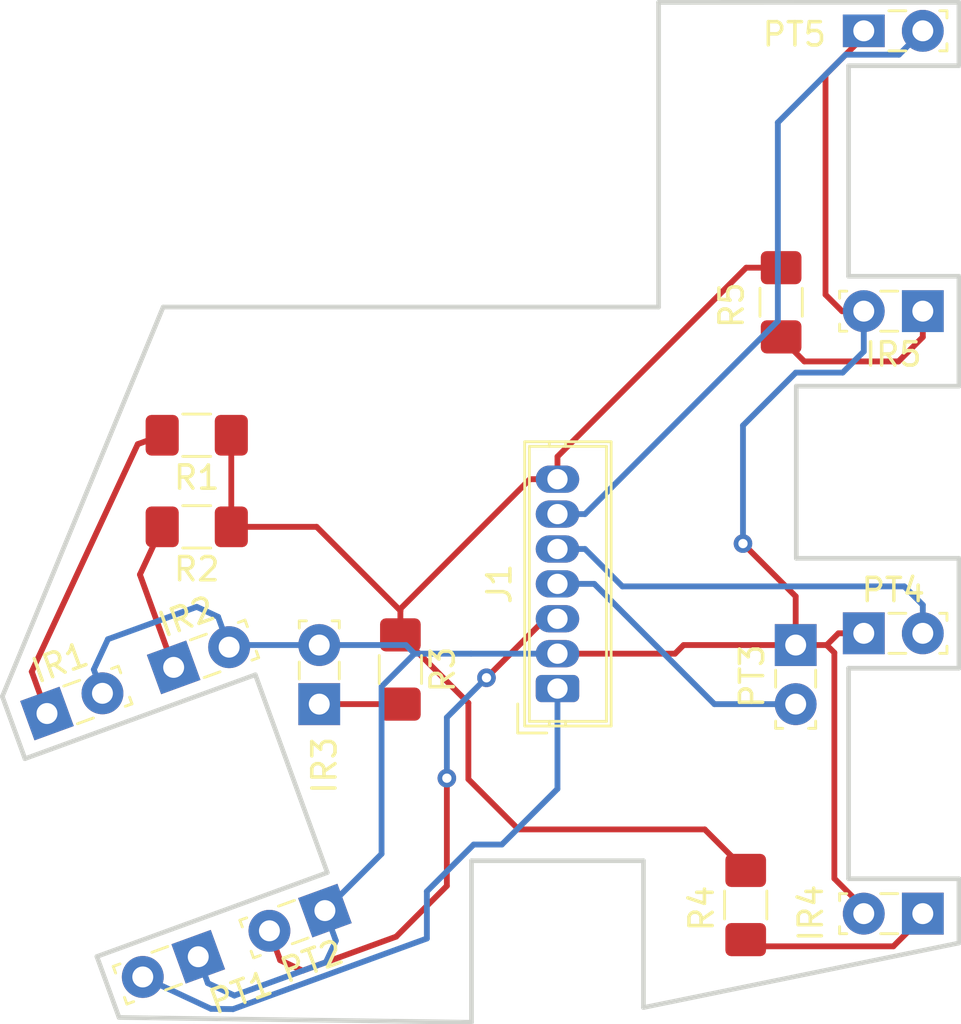
<source format=kicad_pcb>
(kicad_pcb (version 20171130) (host pcbnew 5.1.6-c6e7f7d~86~ubuntu18.04.1)

  (general
    (thickness 1.6)
    (drawings 119)
    (tracks 110)
    (zones 0)
    (modules 16)
    (nets 13)
  )

  (page A4)
  (layers
    (0 F.Cu signal)
    (31 B.Cu signal)
    (32 B.Adhes user)
    (33 F.Adhes user)
    (34 B.Paste user)
    (35 F.Paste user)
    (36 B.SilkS user)
    (37 F.SilkS user)
    (38 B.Mask user)
    (39 F.Mask user)
    (40 Dwgs.User user)
    (41 Cmts.User user)
    (42 Eco1.User user)
    (43 Eco2.User user)
    (44 Edge.Cuts user)
    (45 Margin user)
    (46 B.CrtYd user)
    (47 F.CrtYd user)
    (48 B.Fab user)
    (49 F.Fab user hide)
  )

  (setup
    (last_trace_width 0.25)
    (trace_clearance 0.2)
    (zone_clearance 0.508)
    (zone_45_only no)
    (trace_min 0.2)
    (via_size 0.8)
    (via_drill 0.4)
    (via_min_size 0.4)
    (via_min_drill 0.3)
    (uvia_size 0.3)
    (uvia_drill 0.1)
    (uvias_allowed no)
    (uvia_min_size 0.2)
    (uvia_min_drill 0.1)
    (edge_width 0.05)
    (segment_width 0.2)
    (pcb_text_width 0.3)
    (pcb_text_size 1.5 1.5)
    (mod_edge_width 0.12)
    (mod_text_size 1 1)
    (mod_text_width 0.15)
    (pad_size 1.8 1.4)
    (pad_drill 0.9)
    (pad_to_mask_clearance 0.05)
    (aux_axis_origin 0 0)
    (grid_origin 159.114 74.284081)
    (visible_elements FFFFFF7F)
    (pcbplotparams
      (layerselection 0x010fc_ffffffff)
      (usegerberextensions false)
      (usegerberattributes true)
      (usegerberadvancedattributes true)
      (creategerberjobfile true)
      (excludeedgelayer true)
      (linewidth 0.100000)
      (plotframeref false)
      (viasonmask false)
      (mode 1)
      (useauxorigin false)
      (hpglpennumber 1)
      (hpglpenspeed 20)
      (hpglpendiameter 15.000000)
      (psnegative false)
      (psa4output false)
      (plotreference true)
      (plotvalue true)
      (plotinvisibletext false)
      (padsonsilk false)
      (subtractmaskfromsilk false)
      (outputformat 1)
      (mirror false)
      (drillshape 1)
      (scaleselection 1)
      (outputdirectory ""))
  )

  (net 0 "")
  (net 1 +5V)
  (net 2 "Net-(IR1-Pad1)")
  (net 3 "Net-(IR2-Pad1)")
  (net 4 "Net-(IR3-Pad1)")
  (net 5 "Net-(IR4-Pad1)")
  (net 6 "Net-(IR5-Pad1)")
  (net 7 C1)
  (net 8 C3)
  (net 9 C4)
  (net 10 C5)
  (net 11 C6)
  (net 12 GND)

  (net_class Default "This is the default net class."
    (clearance 0.2)
    (trace_width 0.25)
    (via_dia 0.8)
    (via_drill 0.4)
    (uvia_dia 0.3)
    (uvia_drill 0.1)
    (add_net +5V)
    (add_net C1)
    (add_net C3)
    (add_net C4)
    (add_net C5)
    (add_net C6)
    (add_net GND)
    (add_net "Net-(IR1-Pad1)")
    (add_net "Net-(IR2-Pad1)")
    (add_net "Net-(IR3-Pad1)")
    (add_net "Net-(IR4-Pad1)")
    (add_net "Net-(IR5-Pad1)")
  )

  (module LED_THT:LED_SideEmitter_Rectangular_W4.5mm_H1.6mm (layer F.Cu) (tedit 587A6921) (tstamp 5F9FAE3B)
    (at 122.835749 140.238774 20)
    (descr "LED_SideEmitter_Rectangular, Rectangular, SideEmitter,  Rectangular size 4.5x1.6mm^2, 2 pins, http://cdn-reichelt.de/documents/datenblatt/A500/LED15MMGE_LED15MMGN%23KIN.pdf")
    (tags "LED_SideEmitter_Rectangular Rectangular SideEmitter  Rectangular size 4.5x1.6mm^2 2 pins")
    (path /5F96F62E)
    (fp_text reference IR1 (at 1.27 -1.86 20) (layer F.SilkS)
      (effects (font (size 1 1) (thickness 0.15)))
    )
    (fp_text value IR908-7C-F (at 1.27 1.86 20) (layer F.Fab)
      (effects (font (size 1 1) (thickness 0.15)))
    )
    (fp_line (start -0.98 -0.8) (end -0.98 0.8) (layer F.Fab) (width 0.1))
    (fp_line (start -0.98 0.8) (end 3.52 0.8) (layer F.Fab) (width 0.1))
    (fp_line (start 3.52 0.8) (end 3.52 -0.8) (layer F.Fab) (width 0.1))
    (fp_line (start 3.52 -0.8) (end -0.98 -0.8) (layer F.Fab) (width 0.1))
    (fp_line (start 1.08 -0.861) (end 1.811 -0.861) (layer F.SilkS) (width 0.12))
    (fp_line (start 3.27 -0.861) (end 3.58 -0.861) (layer F.SilkS) (width 0.12))
    (fp_line (start 1.08 0.861) (end 1.811 0.861) (layer F.SilkS) (width 0.12))
    (fp_line (start 3.27 0.861) (end 3.58 0.861) (layer F.SilkS) (width 0.12))
    (fp_line (start 3.58 -0.861) (end 3.58 -0.555) (layer F.SilkS) (width 0.12))
    (fp_line (start 3.58 0.555) (end 3.58 0.861) (layer F.SilkS) (width 0.12))
    (fp_line (start -1.3 -1.15) (end -1.3 1.15) (layer F.CrtYd) (width 0.05))
    (fp_line (start -1.3 1.15) (end 3.85 1.15) (layer F.CrtYd) (width 0.05))
    (fp_line (start 3.85 1.15) (end 3.85 -1.15) (layer F.CrtYd) (width 0.05))
    (fp_line (start 3.85 -1.15) (end -1.3 -1.15) (layer F.CrtYd) (width 0.05))
    (pad 2 thru_hole circle (at 2.54 0 20) (size 1.8 1.8) (drill 0.9) (layers *.Cu *.Mask)
      (net 1 +5V))
    (pad 1 thru_hole rect (at 0 0 20) (size 1.8 1.8) (drill 0.9) (layers *.Cu *.Mask)
      (net 2 "Net-(IR1-Pad1)"))
    (model ${KISYS3DMOD}/LED_THT.3dshapes/LED_SideEmitter_Rectangular_W4.5mm_H1.6mm.wrl
      (at (xyz 0 0 0))
      (scale (xyz 1 1 1))
      (rotate (xyz 0 0 0))
    )
  )

  (module LED_THT:LED_SideEmitter_Rectangular_W4.5mm_H1.6mm (layer F.Cu) (tedit 587A6921) (tstamp 5F9FAE4F)
    (at 128.285965 138.255056 20)
    (descr "LED_SideEmitter_Rectangular, Rectangular, SideEmitter,  Rectangular size 4.5x1.6mm^2, 2 pins, http://cdn-reichelt.de/documents/datenblatt/A500/LED15MMGE_LED15MMGN%23KIN.pdf")
    (tags "LED_SideEmitter_Rectangular Rectangular SideEmitter  Rectangular size 4.5x1.6mm^2 2 pins")
    (path /5F9B9F04)
    (fp_text reference IR2 (at 1.27 -1.86 20) (layer F.SilkS)
      (effects (font (size 1 1) (thickness 0.15)))
    )
    (fp_text value IR908-7C-F (at 1.27 1.86 20) (layer F.Fab)
      (effects (font (size 1 1) (thickness 0.15)))
    )
    (fp_line (start -0.98 -0.8) (end -0.98 0.8) (layer F.Fab) (width 0.1))
    (fp_line (start -0.98 0.8) (end 3.52 0.8) (layer F.Fab) (width 0.1))
    (fp_line (start 3.52 0.8) (end 3.52 -0.8) (layer F.Fab) (width 0.1))
    (fp_line (start 3.52 -0.8) (end -0.98 -0.8) (layer F.Fab) (width 0.1))
    (fp_line (start 1.08 -0.861) (end 1.811 -0.861) (layer F.SilkS) (width 0.12))
    (fp_line (start 3.27 -0.861) (end 3.58 -0.861) (layer F.SilkS) (width 0.12))
    (fp_line (start 1.08 0.861) (end 1.811 0.861) (layer F.SilkS) (width 0.12))
    (fp_line (start 3.27 0.861) (end 3.58 0.861) (layer F.SilkS) (width 0.12))
    (fp_line (start 3.58 -0.861) (end 3.58 -0.555) (layer F.SilkS) (width 0.12))
    (fp_line (start 3.58 0.555) (end 3.58 0.861) (layer F.SilkS) (width 0.12))
    (fp_line (start -1.3 -1.15) (end -1.3 1.15) (layer F.CrtYd) (width 0.05))
    (fp_line (start -1.3 1.15) (end 3.85 1.15) (layer F.CrtYd) (width 0.05))
    (fp_line (start 3.85 1.15) (end 3.85 -1.15) (layer F.CrtYd) (width 0.05))
    (fp_line (start 3.85 -1.15) (end -1.3 -1.15) (layer F.CrtYd) (width 0.05))
    (pad 2 thru_hole circle (at 2.54 0 20) (size 1.8 1.8) (drill 0.9) (layers *.Cu *.Mask)
      (net 1 +5V))
    (pad 1 thru_hole rect (at 0 0 20) (size 1.8 1.8) (drill 0.9) (layers *.Cu *.Mask)
      (net 3 "Net-(IR2-Pad1)"))
    (model ${KISYS3DMOD}/LED_THT.3dshapes/LED_SideEmitter_Rectangular_W4.5mm_H1.6mm.wrl
      (at (xyz 0 0 0))
      (scale (xyz 1 1 1))
      (rotate (xyz 0 0 0))
    )
  )

  (module LED_THT:LED_SideEmitter_Rectangular_W4.5mm_H1.6mm (layer F.Cu) (tedit 587A6921) (tstamp 5F9FBAB4)
    (at 134.551261 139.835972 90)
    (descr "LED_SideEmitter_Rectangular, Rectangular, SideEmitter,  Rectangular size 4.5x1.6mm^2, 2 pins, http://cdn-reichelt.de/documents/datenblatt/A500/LED15MMGE_LED15MMGN%23KIN.pdf")
    (tags "LED_SideEmitter_Rectangular Rectangular SideEmitter  Rectangular size 4.5x1.6mm^2 2 pins")
    (path /5F9BC937)
    (fp_text reference IR3 (at -2.628109 0.222739 90) (layer F.SilkS)
      (effects (font (size 1 1) (thickness 0.15)))
    )
    (fp_text value IR908-7C-F (at 1.27 1.86 90) (layer F.Fab)
      (effects (font (size 1 1) (thickness 0.15)))
    )
    (fp_line (start -0.98 -0.8) (end -0.98 0.8) (layer F.Fab) (width 0.1))
    (fp_line (start -0.98 0.8) (end 3.52 0.8) (layer F.Fab) (width 0.1))
    (fp_line (start 3.52 0.8) (end 3.52 -0.8) (layer F.Fab) (width 0.1))
    (fp_line (start 3.52 -0.8) (end -0.98 -0.8) (layer F.Fab) (width 0.1))
    (fp_line (start 1.08 -0.861) (end 1.811 -0.861) (layer F.SilkS) (width 0.12))
    (fp_line (start 3.27 -0.861) (end 3.58 -0.861) (layer F.SilkS) (width 0.12))
    (fp_line (start 1.08 0.861) (end 1.811 0.861) (layer F.SilkS) (width 0.12))
    (fp_line (start 3.27 0.861) (end 3.58 0.861) (layer F.SilkS) (width 0.12))
    (fp_line (start 3.58 -0.861) (end 3.58 -0.555) (layer F.SilkS) (width 0.12))
    (fp_line (start 3.58 0.555) (end 3.58 0.861) (layer F.SilkS) (width 0.12))
    (fp_line (start -1.3 -1.15) (end -1.3 1.15) (layer F.CrtYd) (width 0.05))
    (fp_line (start -1.3 1.15) (end 3.85 1.15) (layer F.CrtYd) (width 0.05))
    (fp_line (start 3.85 1.15) (end 3.85 -1.15) (layer F.CrtYd) (width 0.05))
    (fp_line (start 3.85 -1.15) (end -1.3 -1.15) (layer F.CrtYd) (width 0.05))
    (pad 2 thru_hole circle (at 2.54 0 90) (size 1.8 1.8) (drill 0.9) (layers *.Cu *.Mask)
      (net 1 +5V))
    (pad 1 thru_hole rect (at 0 0 90) (size 1.8 1.8) (drill 0.9) (layers *.Cu *.Mask)
      (net 4 "Net-(IR3-Pad1)"))
    (model ${KISYS3DMOD}/LED_THT.3dshapes/LED_SideEmitter_Rectangular_W4.5mm_H1.6mm.wrl
      (at (xyz 0 0 0))
      (scale (xyz 1 1 1))
      (rotate (xyz 0 0 0))
    )
  )

  (module LED_THT:LED_SideEmitter_Rectangular_W4.5mm_H1.6mm (layer F.Cu) (tedit 587A6921) (tstamp 5F9FE542)
    (at 160.521261 148.84097 180)
    (descr "LED_SideEmitter_Rectangular, Rectangular, SideEmitter,  Rectangular size 4.5x1.6mm^2, 2 pins, http://cdn-reichelt.de/documents/datenblatt/A500/LED15MMGE_LED15MMGN%23KIN.pdf")
    (tags "LED_SideEmitter_Rectangular Rectangular SideEmitter  Rectangular size 4.5x1.6mm^2 2 pins")
    (path /5F9BE28F)
    (fp_text reference IR4 (at 4.817261 0.026889 90) (layer F.SilkS)
      (effects (font (size 1 1) (thickness 0.15)))
    )
    (fp_text value IR908-7C-F (at 1.27 1.86) (layer F.Fab)
      (effects (font (size 1 1) (thickness 0.15)))
    )
    (fp_line (start -0.98 -0.8) (end -0.98 0.8) (layer F.Fab) (width 0.1))
    (fp_line (start -0.98 0.8) (end 3.52 0.8) (layer F.Fab) (width 0.1))
    (fp_line (start 3.52 0.8) (end 3.52 -0.8) (layer F.Fab) (width 0.1))
    (fp_line (start 3.52 -0.8) (end -0.98 -0.8) (layer F.Fab) (width 0.1))
    (fp_line (start 1.08 -0.861) (end 1.811 -0.861) (layer F.SilkS) (width 0.12))
    (fp_line (start 3.27 -0.861) (end 3.58 -0.861) (layer F.SilkS) (width 0.12))
    (fp_line (start 1.08 0.861) (end 1.811 0.861) (layer F.SilkS) (width 0.12))
    (fp_line (start 3.27 0.861) (end 3.58 0.861) (layer F.SilkS) (width 0.12))
    (fp_line (start 3.58 -0.861) (end 3.58 -0.555) (layer F.SilkS) (width 0.12))
    (fp_line (start 3.58 0.555) (end 3.58 0.861) (layer F.SilkS) (width 0.12))
    (fp_line (start -1.3 -1.15) (end -1.3 1.15) (layer F.CrtYd) (width 0.05))
    (fp_line (start -1.3 1.15) (end 3.85 1.15) (layer F.CrtYd) (width 0.05))
    (fp_line (start 3.85 1.15) (end 3.85 -1.15) (layer F.CrtYd) (width 0.05))
    (fp_line (start 3.85 -1.15) (end -1.3 -1.15) (layer F.CrtYd) (width 0.05))
    (pad 2 thru_hole circle (at 2.54 0 180) (size 1.8 1.8) (drill 0.9) (layers *.Cu *.Mask)
      (net 1 +5V))
    (pad 1 thru_hole rect (at 0 0 180) (size 1.8 1.8) (drill 0.9) (layers *.Cu *.Mask)
      (net 5 "Net-(IR4-Pad1)"))
    (model ${KISYS3DMOD}/LED_THT.3dshapes/LED_SideEmitter_Rectangular_W4.5mm_H1.6mm.wrl
      (at (xyz 0 0 0))
      (scale (xyz 1 1 1))
      (rotate (xyz 0 0 0))
    )
  )

  (module LED_THT:LED_SideEmitter_Rectangular_W4.5mm_H1.6mm (layer F.Cu) (tedit 587A6921) (tstamp 5F9FAE8B)
    (at 160.521262 122.943051 180)
    (descr "LED_SideEmitter_Rectangular, Rectangular, SideEmitter,  Rectangular size 4.5x1.6mm^2, 2 pins, http://cdn-reichelt.de/documents/datenblatt/A500/LED15MMGE_LED15MMGN%23KIN.pdf")
    (tags "LED_SideEmitter_Rectangular Rectangular SideEmitter  Rectangular size 4.5x1.6mm^2 2 pins")
    (path /5F9BF573)
    (fp_text reference IR5 (at 1.27 -1.86) (layer F.SilkS)
      (effects (font (size 1 1) (thickness 0.15)))
    )
    (fp_text value IR908-7C-F (at 1.27 1.86) (layer F.Fab)
      (effects (font (size 1 1) (thickness 0.15)))
    )
    (fp_line (start -0.98 -0.8) (end -0.98 0.8) (layer F.Fab) (width 0.1))
    (fp_line (start -0.98 0.8) (end 3.52 0.8) (layer F.Fab) (width 0.1))
    (fp_line (start 3.52 0.8) (end 3.52 -0.8) (layer F.Fab) (width 0.1))
    (fp_line (start 3.52 -0.8) (end -0.98 -0.8) (layer F.Fab) (width 0.1))
    (fp_line (start 1.08 -0.861) (end 1.811 -0.861) (layer F.SilkS) (width 0.12))
    (fp_line (start 3.27 -0.861) (end 3.58 -0.861) (layer F.SilkS) (width 0.12))
    (fp_line (start 1.08 0.861) (end 1.811 0.861) (layer F.SilkS) (width 0.12))
    (fp_line (start 3.27 0.861) (end 3.58 0.861) (layer F.SilkS) (width 0.12))
    (fp_line (start 3.58 -0.861) (end 3.58 -0.555) (layer F.SilkS) (width 0.12))
    (fp_line (start 3.58 0.555) (end 3.58 0.861) (layer F.SilkS) (width 0.12))
    (fp_line (start -1.3 -1.15) (end -1.3 1.15) (layer F.CrtYd) (width 0.05))
    (fp_line (start -1.3 1.15) (end 3.85 1.15) (layer F.CrtYd) (width 0.05))
    (fp_line (start 3.85 1.15) (end 3.85 -1.15) (layer F.CrtYd) (width 0.05))
    (fp_line (start 3.85 -1.15) (end -1.3 -1.15) (layer F.CrtYd) (width 0.05))
    (pad 2 thru_hole circle (at 2.54 0 180) (size 1.8 1.8) (drill 0.9) (layers *.Cu *.Mask)
      (net 1 +5V))
    (pad 1 thru_hole rect (at 0 0 180) (size 1.8 1.8) (drill 0.9) (layers *.Cu *.Mask)
      (net 6 "Net-(IR5-Pad1)"))
    (model ${KISYS3DMOD}/LED_THT.3dshapes/LED_SideEmitter_Rectangular_W4.5mm_H1.6mm.wrl
      (at (xyz 0 0 0))
      (scale (xyz 1 1 1))
      (rotate (xyz 0 0 0))
    )
  )

  (module lalboard:JST_ZH_B7B-ZR_1x07_P1.50mm_Vertical (layer F.Cu) (tedit 5D1DE247) (tstamp 5F9FAEB3)
    (at 144.80126 139.165973 90)
    (descr "Wuerth WR-WTB series connector, 64800711622 (https://katalog.we-online.com/em/datasheet/6480xx11622.pdf), generated with kicad-footprint-generator")
    (tags "connector Wuerth WR-WTB vertical")
    (path /5F95ECA5)
    (fp_text reference J1 (at 4.5 -2.5 90) (layer F.SilkS)
      (effects (font (size 1 1) (thickness 0.15)))
    )
    (fp_text value Conn_01x07 (at 4.5 3.4 90) (layer F.Fab)
      (effects (font (size 1 1) (thickness 0.15)))
    )
    (fp_line (start -1.5 -1.3) (end -1.5 2.2) (layer F.Fab) (width 0.1))
    (fp_line (start -1.5 2.2) (end 10.5 2.2) (layer F.Fab) (width 0.1))
    (fp_line (start 10.5 2.2) (end 10.5 -1.3) (layer F.Fab) (width 0.1))
    (fp_line (start 10.5 -1.3) (end -1.5 -1.3) (layer F.Fab) (width 0.1))
    (fp_line (start -1 -1.3) (end 0 -0.3) (layer F.Fab) (width 0.1))
    (fp_line (start 0 -0.3) (end 1 -1.3) (layer F.Fab) (width 0.1))
    (fp_line (start -1.61 -1.41) (end -1.61 2.31) (layer F.SilkS) (width 0.12))
    (fp_line (start -1.61 2.31) (end 10.61 2.31) (layer F.SilkS) (width 0.12))
    (fp_line (start 10.61 2.31) (end 10.61 -1.41) (layer F.SilkS) (width 0.12))
    (fp_line (start 10.61 -1.41) (end -1.61 -1.41) (layer F.SilkS) (width 0.12))
    (fp_line (start -1.61 -0.35) (end -1.41 -0.35) (layer F.SilkS) (width 0.12))
    (fp_line (start -1.41 -0.35) (end -1.41 -1.21) (layer F.SilkS) (width 0.12))
    (fp_line (start -1.41 -1.21) (end 10.41 -1.21) (layer F.SilkS) (width 0.12))
    (fp_line (start 10.41 -1.21) (end 10.41 -0.35) (layer F.SilkS) (width 0.12))
    (fp_line (start 10.41 -0.35) (end 10.61 -0.35) (layer F.SilkS) (width 0.12))
    (fp_line (start -1.41 -0.35) (end -1.41 0.35) (layer F.SilkS) (width 0.12))
    (fp_line (start -1.41 0.35) (end -1.61 0.35) (layer F.SilkS) (width 0.12))
    (fp_line (start 10.41 -0.35) (end 10.41 0.35) (layer F.SilkS) (width 0.12))
    (fp_line (start 10.41 0.35) (end 10.61 0.35) (layer F.SilkS) (width 0.12))
    (fp_line (start -1.41 0.35) (end -1.41 2.11) (layer F.SilkS) (width 0.12))
    (fp_line (start -1.41 2.11) (end 10.41 2.11) (layer F.SilkS) (width 0.12))
    (fp_line (start 10.41 2.11) (end 10.41 0.35) (layer F.SilkS) (width 0.12))
    (fp_line (start -0.66 -1.71) (end -1.91 -1.71) (layer F.SilkS) (width 0.12))
    (fp_line (start -1.91 -1.71) (end -1.91 -0.46) (layer F.SilkS) (width 0.12))
    (fp_line (start -2 -1.8) (end -2 2.7) (layer F.CrtYd) (width 0.05))
    (fp_line (start -2 2.7) (end 11 2.7) (layer F.CrtYd) (width 0.05))
    (fp_line (start 11 2.7) (end 11 -1.8) (layer F.CrtYd) (width 0.05))
    (fp_line (start 11 -1.8) (end -2 -1.8) (layer F.CrtYd) (width 0.05))
    (fp_text user %R (at 4.5 1.5 90) (layer F.Fab)
      (effects (font (size 1 1) (thickness 0.15)))
    )
    (pad 1 thru_hole roundrect (at 0 0 90) (size 1.17 1.87) (drill 0.87) (layers *.Cu *.Mask) (roundrect_rratio 0.213675)
      (net 7 C1))
    (pad 2 thru_hole oval (at 1.5 0 90) (size 1.17 1.87) (drill 0.87) (layers *.Cu *.Mask)
      (net 1 +5V))
    (pad 3 thru_hole oval (at 3 0 90) (size 1.17 1.87) (drill 0.87) (layers *.Cu *.Mask)
      (net 8 C3))
    (pad 4 thru_hole oval (at 4.5 0 90) (size 1.17 1.87) (drill 0.87) (layers *.Cu *.Mask)
      (net 9 C4))
    (pad 5 thru_hole oval (at 6 0 90) (size 1.17 1.87) (drill 0.87) (layers *.Cu *.Mask)
      (net 10 C5))
    (pad 6 thru_hole oval (at 7.5 0 90) (size 1.17 1.87) (drill 0.87) (layers *.Cu *.Mask)
      (net 11 C6))
    (pad 7 thru_hole oval (at 9 0 90) (size 1.17 1.87) (drill 0.87) (layers *.Cu *.Mask)
      (net 12 GND))
    (model ${KISYS3DMOD}/Connector_Wuerth.3dshapes/Wuerth_WR-WTB_64800711622_1x07_P1.50mm_Vertical.wrl
      (at (xyz 0 0 0))
      (scale (xyz 1 1 1))
      (rotate (xyz 0 0 0))
    )
  )

  (module LED_THT:LED_SideEmitter_Rectangular_W4.5mm_H1.6mm (layer F.Cu) (tedit 587A6921) (tstamp 5F9FE4CC)
    (at 129.343911 150.693339 200)
    (descr "LED_SideEmitter_Rectangular, Rectangular, SideEmitter,  Rectangular size 4.5x1.6mm^2, 2 pins, http://cdn-reichelt.de/documents/datenblatt/A500/LED15MMGE_LED15MMGN%23KIN.pdf")
    (tags "LED_SideEmitter_Rectangular Rectangular SideEmitter  Rectangular size 4.5x1.6mm^2 2 pins")
    (path /5F96F978)
    (fp_text reference PT1 (at -1.192756 -2.073751 20) (layer F.SilkS)
      (effects (font (size 1 1) (thickness 0.15)))
    )
    (fp_text value PT908-7B-F (at 1.27 1.86 20) (layer F.Fab)
      (effects (font (size 1 1) (thickness 0.15)))
    )
    (fp_line (start 3.85 -1.15) (end -1.3 -1.15) (layer F.CrtYd) (width 0.05))
    (fp_line (start 3.85 1.15) (end 3.85 -1.15) (layer F.CrtYd) (width 0.05))
    (fp_line (start -1.3 1.15) (end 3.85 1.15) (layer F.CrtYd) (width 0.05))
    (fp_line (start -1.3 -1.15) (end -1.3 1.15) (layer F.CrtYd) (width 0.05))
    (fp_line (start 3.58 0.555) (end 3.58 0.861) (layer F.SilkS) (width 0.12))
    (fp_line (start 3.58 -0.861) (end 3.58 -0.555) (layer F.SilkS) (width 0.12))
    (fp_line (start 3.27 0.861) (end 3.58 0.861) (layer F.SilkS) (width 0.12))
    (fp_line (start 1.08 0.861) (end 1.811 0.861) (layer F.SilkS) (width 0.12))
    (fp_line (start 3.27 -0.861) (end 3.58 -0.861) (layer F.SilkS) (width 0.12))
    (fp_line (start 1.08 -0.861) (end 1.811 -0.861) (layer F.SilkS) (width 0.12))
    (fp_line (start 3.52 -0.8) (end -0.98 -0.8) (layer F.Fab) (width 0.1))
    (fp_line (start 3.52 0.8) (end 3.52 -0.8) (layer F.Fab) (width 0.1))
    (fp_line (start -0.98 0.8) (end 3.52 0.8) (layer F.Fab) (width 0.1))
    (fp_line (start -0.98 -0.8) (end -0.98 0.8) (layer F.Fab) (width 0.1))
    (pad 1 thru_hole rect (at 0 0 200) (size 1.8 1.8) (drill 0.9) (layers *.Cu *.Mask)
      (net 1 +5V))
    (pad 2 thru_hole circle (at 2.54 0 200) (size 1.8 1.8) (drill 0.9) (layers *.Cu *.Mask)
      (net 7 C1))
    (model ${KISYS3DMOD}/LED_THT.3dshapes/LED_SideEmitter_Rectangular_W4.5mm_H1.6mm.wrl
      (at (xyz 0 0 0))
      (scale (xyz 1 1 1))
      (rotate (xyz 0 0 0))
    )
  )

  (module LED_THT:LED_SideEmitter_Rectangular_W4.5mm_H1.6mm (layer F.Cu) (tedit 587A6921) (tstamp 5F9FAEDB)
    (at 134.794126 148.709622 200)
    (descr "LED_SideEmitter_Rectangular, Rectangular, SideEmitter,  Rectangular size 4.5x1.6mm^2, 2 pins, http://cdn-reichelt.de/documents/datenblatt/A500/LED15MMGE_LED15MMGN%23KIN.pdf")
    (tags "LED_SideEmitter_Rectangular Rectangular SideEmitter  Rectangular size 4.5x1.6mm^2 2 pins")
    (path /5F9B9EF8)
    (fp_text reference PT2 (at 1.27 -1.86 20) (layer F.SilkS)
      (effects (font (size 1 1) (thickness 0.15)))
    )
    (fp_text value PT908-7B-F (at 1.27 1.86 20) (layer F.Fab)
      (effects (font (size 1 1) (thickness 0.15)))
    )
    (fp_line (start 3.85 -1.15) (end -1.3 -1.15) (layer F.CrtYd) (width 0.05))
    (fp_line (start 3.85 1.15) (end 3.85 -1.15) (layer F.CrtYd) (width 0.05))
    (fp_line (start -1.3 1.15) (end 3.85 1.15) (layer F.CrtYd) (width 0.05))
    (fp_line (start -1.3 -1.15) (end -1.3 1.15) (layer F.CrtYd) (width 0.05))
    (fp_line (start 3.58 0.555) (end 3.58 0.861) (layer F.SilkS) (width 0.12))
    (fp_line (start 3.58 -0.861) (end 3.58 -0.555) (layer F.SilkS) (width 0.12))
    (fp_line (start 3.27 0.861) (end 3.58 0.861) (layer F.SilkS) (width 0.12))
    (fp_line (start 1.08 0.861) (end 1.811 0.861) (layer F.SilkS) (width 0.12))
    (fp_line (start 3.27 -0.861) (end 3.58 -0.861) (layer F.SilkS) (width 0.12))
    (fp_line (start 1.08 -0.861) (end 1.811 -0.861) (layer F.SilkS) (width 0.12))
    (fp_line (start 3.52 -0.8) (end -0.98 -0.8) (layer F.Fab) (width 0.1))
    (fp_line (start 3.52 0.8) (end 3.52 -0.8) (layer F.Fab) (width 0.1))
    (fp_line (start -0.98 0.8) (end 3.52 0.8) (layer F.Fab) (width 0.1))
    (fp_line (start -0.98 -0.8) (end -0.98 0.8) (layer F.Fab) (width 0.1))
    (pad 1 thru_hole rect (at 0 0 200) (size 1.8 1.8) (drill 0.9) (layers *.Cu *.Mask)
      (net 1 +5V))
    (pad 2 thru_hole circle (at 2.54 0 200) (size 1.8 1.8) (drill 0.9) (layers *.Cu *.Mask)
      (net 8 C3))
    (model ${KISYS3DMOD}/LED_THT.3dshapes/LED_SideEmitter_Rectangular_W4.5mm_H1.6mm.wrl
      (at (xyz 0 0 0))
      (scale (xyz 1 1 1))
      (rotate (xyz 0 0 0))
    )
  )

  (module LED_THT:LED_SideEmitter_Rectangular_W4.5mm_H1.6mm (layer F.Cu) (tedit 587A6921) (tstamp 5F9FAEEF)
    (at 155.051261 137.295972 270)
    (descr "LED_SideEmitter_Rectangular, Rectangular, SideEmitter,  Rectangular size 4.5x1.6mm^2, 2 pins, http://cdn-reichelt.de/documents/datenblatt/A500/LED15MMGE_LED15MMGN%23KIN.pdf")
    (tags "LED_SideEmitter_Rectangular Rectangular SideEmitter  Rectangular size 4.5x1.6mm^2 2 pins")
    (path /5F9BC92B)
    (fp_text reference PT3 (at 1.338109 1.877261 90) (layer F.SilkS)
      (effects (font (size 1 1) (thickness 0.15)))
    )
    (fp_text value PT908-7B-F (at 1.27 1.86 90) (layer F.Fab)
      (effects (font (size 1 1) (thickness 0.15)))
    )
    (fp_line (start 3.85 -1.15) (end -1.3 -1.15) (layer F.CrtYd) (width 0.05))
    (fp_line (start 3.85 1.15) (end 3.85 -1.15) (layer F.CrtYd) (width 0.05))
    (fp_line (start -1.3 1.15) (end 3.85 1.15) (layer F.CrtYd) (width 0.05))
    (fp_line (start -1.3 -1.15) (end -1.3 1.15) (layer F.CrtYd) (width 0.05))
    (fp_line (start 3.58 0.555) (end 3.58 0.861) (layer F.SilkS) (width 0.12))
    (fp_line (start 3.58 -0.861) (end 3.58 -0.555) (layer F.SilkS) (width 0.12))
    (fp_line (start 3.27 0.861) (end 3.58 0.861) (layer F.SilkS) (width 0.12))
    (fp_line (start 1.08 0.861) (end 1.811 0.861) (layer F.SilkS) (width 0.12))
    (fp_line (start 3.27 -0.861) (end 3.58 -0.861) (layer F.SilkS) (width 0.12))
    (fp_line (start 1.08 -0.861) (end 1.811 -0.861) (layer F.SilkS) (width 0.12))
    (fp_line (start 3.52 -0.8) (end -0.98 -0.8) (layer F.Fab) (width 0.1))
    (fp_line (start 3.52 0.8) (end 3.52 -0.8) (layer F.Fab) (width 0.1))
    (fp_line (start -0.98 0.8) (end 3.52 0.8) (layer F.Fab) (width 0.1))
    (fp_line (start -0.98 -0.8) (end -0.98 0.8) (layer F.Fab) (width 0.1))
    (pad 1 thru_hole rect (at 0 0 270) (size 1.8 1.8) (drill 0.9) (layers *.Cu *.Mask)
      (net 1 +5V))
    (pad 2 thru_hole circle (at 2.54 0 270) (size 1.8 1.8) (drill 0.9) (layers *.Cu *.Mask)
      (net 9 C4))
    (model ${KISYS3DMOD}/LED_THT.3dshapes/LED_SideEmitter_Rectangular_W4.5mm_H1.6mm.wrl
      (at (xyz 0 0 0))
      (scale (xyz 1 1 1))
      (rotate (xyz 0 0 0))
    )
  )

  (module LED_THT:LED_SideEmitter_Rectangular_W4.5mm_H1.6mm (layer F.Cu) (tedit 587A6921) (tstamp 5F9FAF03)
    (at 157.981261 136.790971)
    (descr "LED_SideEmitter_Rectangular, Rectangular, SideEmitter,  Rectangular size 4.5x1.6mm^2, 2 pins, http://cdn-reichelt.de/documents/datenblatt/A500/LED15MMGE_LED15MMGN%23KIN.pdf")
    (tags "LED_SideEmitter_Rectangular Rectangular SideEmitter  Rectangular size 4.5x1.6mm^2 2 pins")
    (path /5F9BE283)
    (fp_text reference PT4 (at 1.27 -1.86) (layer F.SilkS)
      (effects (font (size 1 1) (thickness 0.15)))
    )
    (fp_text value PT908-7B-F (at 1.27 1.86) (layer F.Fab)
      (effects (font (size 1 1) (thickness 0.15)))
    )
    (fp_line (start 3.85 -1.15) (end -1.3 -1.15) (layer F.CrtYd) (width 0.05))
    (fp_line (start 3.85 1.15) (end 3.85 -1.15) (layer F.CrtYd) (width 0.05))
    (fp_line (start -1.3 1.15) (end 3.85 1.15) (layer F.CrtYd) (width 0.05))
    (fp_line (start -1.3 -1.15) (end -1.3 1.15) (layer F.CrtYd) (width 0.05))
    (fp_line (start 3.58 0.555) (end 3.58 0.861) (layer F.SilkS) (width 0.12))
    (fp_line (start 3.58 -0.861) (end 3.58 -0.555) (layer F.SilkS) (width 0.12))
    (fp_line (start 3.27 0.861) (end 3.58 0.861) (layer F.SilkS) (width 0.12))
    (fp_line (start 1.08 0.861) (end 1.811 0.861) (layer F.SilkS) (width 0.12))
    (fp_line (start 3.27 -0.861) (end 3.58 -0.861) (layer F.SilkS) (width 0.12))
    (fp_line (start 1.08 -0.861) (end 1.811 -0.861) (layer F.SilkS) (width 0.12))
    (fp_line (start 3.52 -0.8) (end -0.98 -0.8) (layer F.Fab) (width 0.1))
    (fp_line (start 3.52 0.8) (end 3.52 -0.8) (layer F.Fab) (width 0.1))
    (fp_line (start -0.98 0.8) (end 3.52 0.8) (layer F.Fab) (width 0.1))
    (fp_line (start -0.98 -0.8) (end -0.98 0.8) (layer F.Fab) (width 0.1))
    (pad 1 thru_hole rect (at 0 0) (size 1.8 1.8) (drill 0.9) (layers *.Cu *.Mask)
      (net 1 +5V))
    (pad 2 thru_hole circle (at 2.54 0) (size 1.8 1.8) (drill 0.9) (layers *.Cu *.Mask)
      (net 10 C5))
    (model ${KISYS3DMOD}/LED_THT.3dshapes/LED_SideEmitter_Rectangular_W4.5mm_H1.6mm.wrl
      (at (xyz 0 0 0))
      (scale (xyz 1 1 1))
      (rotate (xyz 0 0 0))
    )
  )

  (module LED_THT:LED_SideEmitter_Rectangular_W4.5mm_H1.6mm (layer F.Cu) (tedit 5F9FB0F7) (tstamp 5F9FAF17)
    (at 157.981261 110.893053)
    (descr "LED_SideEmitter_Rectangular, Rectangular, SideEmitter,  Rectangular size 4.5x1.6mm^2, 2 pins, http://cdn-reichelt.de/documents/datenblatt/A500/LED15MMGE_LED15MMGN%23KIN.pdf")
    (tags "LED_SideEmitter_Rectangular Rectangular SideEmitter  Rectangular size 4.5x1.6mm^2 2 pins")
    (path /5F9BF567)
    (fp_text reference PT5 (at -2.987261 0.151028) (layer F.SilkS)
      (effects (font (size 1 1) (thickness 0.15)))
    )
    (fp_text value PT908-7B-F (at 1.27 1.86) (layer F.Fab)
      (effects (font (size 1 1) (thickness 0.15)))
    )
    (fp_line (start 3.85 -1.15) (end -1.3 -1.15) (layer F.CrtYd) (width 0.05))
    (fp_line (start 3.85 1.15) (end 3.85 -1.15) (layer F.CrtYd) (width 0.05))
    (fp_line (start -1.3 1.15) (end 3.85 1.15) (layer F.CrtYd) (width 0.05))
    (fp_line (start -1.3 -1.15) (end -1.3 1.15) (layer F.CrtYd) (width 0.05))
    (fp_line (start 3.58 0.555) (end 3.58 0.861) (layer F.SilkS) (width 0.12))
    (fp_line (start 3.58 -0.861) (end 3.58 -0.555) (layer F.SilkS) (width 0.12))
    (fp_line (start 3.27 0.861) (end 3.58 0.861) (layer F.SilkS) (width 0.12))
    (fp_line (start 1.08 0.861) (end 1.811 0.861) (layer F.SilkS) (width 0.12))
    (fp_line (start 3.27 -0.861) (end 3.58 -0.861) (layer F.SilkS) (width 0.12))
    (fp_line (start 1.08 -0.861) (end 1.811 -0.861) (layer F.SilkS) (width 0.12))
    (fp_line (start 3.52 -0.8) (end -0.98 -0.8) (layer F.Fab) (width 0.1))
    (fp_line (start 3.52 0.8) (end 3.52 -0.8) (layer F.Fab) (width 0.1))
    (fp_line (start -0.98 0.8) (end 3.52 0.8) (layer F.Fab) (width 0.1))
    (fp_line (start -0.98 -0.8) (end -0.98 0.8) (layer F.Fab) (width 0.1))
    (pad 1 thru_hole rect (at 0 0) (size 1.8 1.4) (drill 0.9) (layers *.Cu *.Mask)
      (net 1 +5V))
    (pad 2 thru_hole circle (at 2.54 0) (size 1.8 1.8) (drill 0.9) (layers *.Cu *.Mask)
      (net 11 C6))
    (model ${KISYS3DMOD}/LED_THT.3dshapes/LED_SideEmitter_Rectangular_W4.5mm_H1.6mm.wrl
      (at (xyz 0 0 0))
      (scale (xyz 1 1 1))
      (rotate (xyz 0 0 0))
    )
  )

  (module Resistor_SMD:R_1206_3216Metric_Pad1.42x1.75mm_HandSolder (layer F.Cu) (tedit 5B301BBD) (tstamp 5F9FAF28)
    (at 129.279258 128.277052 180)
    (descr "Resistor SMD 1206 (3216 Metric), square (rectangular) end terminal, IPC_7351 nominal with elongated pad for handsoldering. (Body size source: http://www.tortai-tech.com/upload/download/2011102023233369053.pdf), generated with kicad-footprint-generator")
    (tags "resistor handsolder")
    (path /5F993655)
    (attr smd)
    (fp_text reference R1 (at 0 -1.82) (layer F.SilkS)
      (effects (font (size 1 1) (thickness 0.15)))
    )
    (fp_text value 150 (at 0 1.82) (layer F.Fab)
      (effects (font (size 1 1) (thickness 0.15)))
    )
    (fp_line (start 2.45 1.12) (end -2.45 1.12) (layer F.CrtYd) (width 0.05))
    (fp_line (start 2.45 -1.12) (end 2.45 1.12) (layer F.CrtYd) (width 0.05))
    (fp_line (start -2.45 -1.12) (end 2.45 -1.12) (layer F.CrtYd) (width 0.05))
    (fp_line (start -2.45 1.12) (end -2.45 -1.12) (layer F.CrtYd) (width 0.05))
    (fp_line (start -0.602064 0.91) (end 0.602064 0.91) (layer F.SilkS) (width 0.12))
    (fp_line (start -0.602064 -0.91) (end 0.602064 -0.91) (layer F.SilkS) (width 0.12))
    (fp_line (start 1.6 0.8) (end -1.6 0.8) (layer F.Fab) (width 0.1))
    (fp_line (start 1.6 -0.8) (end 1.6 0.8) (layer F.Fab) (width 0.1))
    (fp_line (start -1.6 -0.8) (end 1.6 -0.8) (layer F.Fab) (width 0.1))
    (fp_line (start -1.6 0.8) (end -1.6 -0.8) (layer F.Fab) (width 0.1))
    (fp_text user %R (at 0 0) (layer F.Fab)
      (effects (font (size 0.8 0.8) (thickness 0.12)))
    )
    (pad 1 smd roundrect (at -1.4875 0 180) (size 1.425 1.75) (layers F.Cu F.Paste F.Mask) (roundrect_rratio 0.175439)
      (net 12 GND))
    (pad 2 smd roundrect (at 1.4875 0 180) (size 1.425 1.75) (layers F.Cu F.Paste F.Mask) (roundrect_rratio 0.175439)
      (net 2 "Net-(IR1-Pad1)"))
    (model ${KISYS3DMOD}/Resistor_SMD.3dshapes/R_1206_3216Metric.wrl
      (at (xyz 0 0 0))
      (scale (xyz 1 1 1))
      (rotate (xyz 0 0 0))
    )
  )

  (module Resistor_SMD:R_1206_3216Metric_Pad1.42x1.75mm_HandSolder (layer F.Cu) (tedit 5B301BBD) (tstamp 5F9FAF39)
    (at 129.27926 132.214054 180)
    (descr "Resistor SMD 1206 (3216 Metric), square (rectangular) end terminal, IPC_7351 nominal with elongated pad for handsoldering. (Body size source: http://www.tortai-tech.com/upload/download/2011102023233369053.pdf), generated with kicad-footprint-generator")
    (tags "resistor handsolder")
    (path /5F9B9EFE)
    (attr smd)
    (fp_text reference R2 (at 0 -1.82) (layer F.SilkS)
      (effects (font (size 1 1) (thickness 0.15)))
    )
    (fp_text value 150 (at 0 1.82) (layer F.Fab)
      (effects (font (size 1 1) (thickness 0.15)))
    )
    (fp_text user %R (at 0 0) (layer F.Fab)
      (effects (font (size 0.8 0.8) (thickness 0.12)))
    )
    (fp_line (start -1.6 0.8) (end -1.6 -0.8) (layer F.Fab) (width 0.1))
    (fp_line (start -1.6 -0.8) (end 1.6 -0.8) (layer F.Fab) (width 0.1))
    (fp_line (start 1.6 -0.8) (end 1.6 0.8) (layer F.Fab) (width 0.1))
    (fp_line (start 1.6 0.8) (end -1.6 0.8) (layer F.Fab) (width 0.1))
    (fp_line (start -0.602064 -0.91) (end 0.602064 -0.91) (layer F.SilkS) (width 0.12))
    (fp_line (start -0.602064 0.91) (end 0.602064 0.91) (layer F.SilkS) (width 0.12))
    (fp_line (start -2.45 1.12) (end -2.45 -1.12) (layer F.CrtYd) (width 0.05))
    (fp_line (start -2.45 -1.12) (end 2.45 -1.12) (layer F.CrtYd) (width 0.05))
    (fp_line (start 2.45 -1.12) (end 2.45 1.12) (layer F.CrtYd) (width 0.05))
    (fp_line (start 2.45 1.12) (end -2.45 1.12) (layer F.CrtYd) (width 0.05))
    (pad 2 smd roundrect (at 1.4875 0 180) (size 1.425 1.75) (layers F.Cu F.Paste F.Mask) (roundrect_rratio 0.175439)
      (net 3 "Net-(IR2-Pad1)"))
    (pad 1 smd roundrect (at -1.4875 0 180) (size 1.425 1.75) (layers F.Cu F.Paste F.Mask) (roundrect_rratio 0.175439)
      (net 12 GND))
    (model ${KISYS3DMOD}/Resistor_SMD.3dshapes/R_1206_3216Metric.wrl
      (at (xyz 0 0 0))
      (scale (xyz 1 1 1))
      (rotate (xyz 0 0 0))
    )
  )

  (module Resistor_SMD:R_1206_3216Metric_Pad1.42x1.75mm_HandSolder (layer F.Cu) (tedit 5B301BBD) (tstamp 5F9FBCB2)
    (at 138.042261 138.346552 270)
    (descr "Resistor SMD 1206 (3216 Metric), square (rectangular) end terminal, IPC_7351 nominal with elongated pad for handsoldering. (Body size source: http://www.tortai-tech.com/upload/download/2011102023233369053.pdf), generated with kicad-footprint-generator")
    (tags "resistor handsolder")
    (path /5F9BC931)
    (attr smd)
    (fp_text reference R3 (at 0 -1.82 90) (layer F.SilkS)
      (effects (font (size 1 1) (thickness 0.15)))
    )
    (fp_text value 150 (at 0 1.82 90) (layer F.Fab)
      (effects (font (size 1 1) (thickness 0.15)))
    )
    (fp_line (start 2.45 1.12) (end -2.45 1.12) (layer F.CrtYd) (width 0.05))
    (fp_line (start 2.45 -1.12) (end 2.45 1.12) (layer F.CrtYd) (width 0.05))
    (fp_line (start -2.45 -1.12) (end 2.45 -1.12) (layer F.CrtYd) (width 0.05))
    (fp_line (start -2.45 1.12) (end -2.45 -1.12) (layer F.CrtYd) (width 0.05))
    (fp_line (start -0.602064 0.91) (end 0.602064 0.91) (layer F.SilkS) (width 0.12))
    (fp_line (start -0.602064 -0.91) (end 0.602064 -0.91) (layer F.SilkS) (width 0.12))
    (fp_line (start 1.6 0.8) (end -1.6 0.8) (layer F.Fab) (width 0.1))
    (fp_line (start 1.6 -0.8) (end 1.6 0.8) (layer F.Fab) (width 0.1))
    (fp_line (start -1.6 -0.8) (end 1.6 -0.8) (layer F.Fab) (width 0.1))
    (fp_line (start -1.6 0.8) (end -1.6 -0.8) (layer F.Fab) (width 0.1))
    (fp_text user %R (at 0 0 90) (layer F.Fab)
      (effects (font (size 0.8 0.8) (thickness 0.12)))
    )
    (pad 1 smd roundrect (at -1.4875 0 270) (size 1.425 1.75) (layers F.Cu F.Paste F.Mask) (roundrect_rratio 0.175439)
      (net 12 GND))
    (pad 2 smd roundrect (at 1.4875 0 270) (size 1.425 1.75) (layers F.Cu F.Paste F.Mask) (roundrect_rratio 0.175439)
      (net 4 "Net-(IR3-Pad1)"))
    (model ${KISYS3DMOD}/Resistor_SMD.3dshapes/R_1206_3216Metric.wrl
      (at (xyz 0 0 0))
      (scale (xyz 1 1 1))
      (rotate (xyz 0 0 0))
    )
  )

  (module Resistor_SMD:R_1206_3216Metric_Pad1.42x1.75mm_HandSolder (layer F.Cu) (tedit 5B301BBD) (tstamp 5F9FAF5B)
    (at 152.901261 148.470051 270)
    (descr "Resistor SMD 1206 (3216 Metric), square (rectangular) end terminal, IPC_7351 nominal with elongated pad for handsoldering. (Body size source: http://www.tortai-tech.com/upload/download/2011102023233369053.pdf), generated with kicad-footprint-generator")
    (tags "resistor handsolder")
    (path /5F9BE289)
    (attr smd)
    (fp_text reference R4 (at 0.14403 1.897261 90) (layer F.SilkS)
      (effects (font (size 1 1) (thickness 0.15)))
    )
    (fp_text value 150 (at 0 1.82 90) (layer F.Fab)
      (effects (font (size 1 1) (thickness 0.15)))
    )
    (fp_text user %R (at 0 0 90) (layer F.Fab)
      (effects (font (size 0.8 0.8) (thickness 0.12)))
    )
    (fp_line (start -1.6 0.8) (end -1.6 -0.8) (layer F.Fab) (width 0.1))
    (fp_line (start -1.6 -0.8) (end 1.6 -0.8) (layer F.Fab) (width 0.1))
    (fp_line (start 1.6 -0.8) (end 1.6 0.8) (layer F.Fab) (width 0.1))
    (fp_line (start 1.6 0.8) (end -1.6 0.8) (layer F.Fab) (width 0.1))
    (fp_line (start -0.602064 -0.91) (end 0.602064 -0.91) (layer F.SilkS) (width 0.12))
    (fp_line (start -0.602064 0.91) (end 0.602064 0.91) (layer F.SilkS) (width 0.12))
    (fp_line (start -2.45 1.12) (end -2.45 -1.12) (layer F.CrtYd) (width 0.05))
    (fp_line (start -2.45 -1.12) (end 2.45 -1.12) (layer F.CrtYd) (width 0.05))
    (fp_line (start 2.45 -1.12) (end 2.45 1.12) (layer F.CrtYd) (width 0.05))
    (fp_line (start 2.45 1.12) (end -2.45 1.12) (layer F.CrtYd) (width 0.05))
    (pad 2 smd roundrect (at 1.4875 0 270) (size 1.425 1.75) (layers F.Cu F.Paste F.Mask) (roundrect_rratio 0.175439)
      (net 5 "Net-(IR4-Pad1)"))
    (pad 1 smd roundrect (at -1.4875 0 270) (size 1.425 1.75) (layers F.Cu F.Paste F.Mask) (roundrect_rratio 0.175439)
      (net 12 GND))
    (model ${KISYS3DMOD}/Resistor_SMD.3dshapes/R_1206_3216Metric.wrl
      (at (xyz 0 0 0))
      (scale (xyz 1 1 1))
      (rotate (xyz 0 0 0))
    )
  )

  (module Resistor_SMD:R_1206_3216Metric_Pad1.42x1.75mm_HandSolder (layer F.Cu) (tedit 5B301BBD) (tstamp 5F9FAF6C)
    (at 154.425261 122.562053 270)
    (descr "Resistor SMD 1206 (3216 Metric), square (rectangular) end terminal, IPC_7351 nominal with elongated pad for handsoldering. (Body size source: http://www.tortai-tech.com/upload/download/2011102023233369053.pdf), generated with kicad-footprint-generator")
    (tags "resistor handsolder")
    (path /5F9BF56D)
    (attr smd)
    (fp_text reference R5 (at 0.122028 2.131261 90) (layer F.SilkS)
      (effects (font (size 1 1) (thickness 0.15)))
    )
    (fp_text value 150 (at 0 1.82 90) (layer F.Fab)
      (effects (font (size 1 1) (thickness 0.15)))
    )
    (fp_line (start 2.45 1.12) (end -2.45 1.12) (layer F.CrtYd) (width 0.05))
    (fp_line (start 2.45 -1.12) (end 2.45 1.12) (layer F.CrtYd) (width 0.05))
    (fp_line (start -2.45 -1.12) (end 2.45 -1.12) (layer F.CrtYd) (width 0.05))
    (fp_line (start -2.45 1.12) (end -2.45 -1.12) (layer F.CrtYd) (width 0.05))
    (fp_line (start -0.602064 0.91) (end 0.602064 0.91) (layer F.SilkS) (width 0.12))
    (fp_line (start -0.602064 -0.91) (end 0.602064 -0.91) (layer F.SilkS) (width 0.12))
    (fp_line (start 1.6 0.8) (end -1.6 0.8) (layer F.Fab) (width 0.1))
    (fp_line (start 1.6 -0.8) (end 1.6 0.8) (layer F.Fab) (width 0.1))
    (fp_line (start -1.6 -0.8) (end 1.6 -0.8) (layer F.Fab) (width 0.1))
    (fp_line (start -1.6 0.8) (end -1.6 -0.8) (layer F.Fab) (width 0.1))
    (fp_text user %R (at 0 0 90) (layer F.Fab)
      (effects (font (size 0.8 0.8) (thickness 0.12)))
    )
    (pad 1 smd roundrect (at -1.4875 0 270) (size 1.425 1.75) (layers F.Cu F.Paste F.Mask) (roundrect_rratio 0.175439)
      (net 12 GND))
    (pad 2 smd roundrect (at 1.4875 0 270) (size 1.425 1.75) (layers F.Cu F.Paste F.Mask) (roundrect_rratio 0.175439)
      (net 6 "Net-(IR5-Pad1)"))
    (model ${KISYS3DMOD}/Resistor_SMD.3dshapes/R_1206_3216Metric.wrl
      (at (xyz 0 0 0))
      (scale (xyz 1 1 1))
      (rotate (xyz 0 0 0))
    )
  )

  (gr_line (start 149.151261 109.67123) (end 149.151261 122.765961) (layer Edge.Cuts) (width 0.2))
  (gr_line (start 162.076261 112.393053) (end 162.076261 109.668055) (layer Edge.Cuts) (width 0.2))
  (gr_line (start 157.326261 112.393052) (end 162.076261 112.393053) (layer Edge.Cuts) (width 0.2))
  (gr_line (start 157.326261 121.443046) (end 157.326261 112.393052) (layer Edge.Cuts) (width 0.2))
  (gr_line (start 162.07626 121.443043) (end 157.326261 121.443046) (layer Edge.Cuts) (width 0.2))
  (gr_line (start 162.076262 126.167022) (end 162.07626 121.443043) (layer Edge.Cuts) (width 0.2))
  (gr_curve (pts (xy 162.076261 109.668055) (xy 157.767927 109.668055) (xy 153.459593 109.668056) (xy 149.151261 109.67123)) (layer Edge.Cuts) (width 0.2))
  (gr_line (start 155.076261 133.567021) (end 155.076261 126.167023) (layer Edge.Cuts) (width 0.2))
  (gr_curve (pts (xy 155.076261 126.167023) (xy 157.409593 126.167023) (xy 159.742928 126.167023) (xy 162.076262 126.167022)) (layer Edge.Cuts) (width 0.2))
  (gr_line (start 162.076261 138.290971) (end 162.07626 133.56702) (layer Edge.Cuts) (width 0.2))
  (gr_line (start 157.32626 138.290971) (end 162.076261 138.290971) (layer Edge.Cuts) (width 0.2))
  (gr_line (start 157.326261 147.340964) (end 157.32626 138.290971) (layer Edge.Cuts) (width 0.2))
  (gr_line (start 162.07626 147.340967) (end 157.326261 147.340964) (layer Edge.Cuts) (width 0.2))
  (gr_line (start 162.076261 150.102711) (end 162.07626 147.340967) (layer Edge.Cuts) (width 0.2))
  (gr_line (start 148.501261 152.87708) (end 162.076261 150.102711) (layer Edge.Cuts) (width 0.2))
  (gr_curve (pts (xy 162.07626 133.56702) (xy 159.742927 133.567019) (xy 157.409593 133.567021) (xy 155.076261 133.567021)) (layer Edge.Cuts) (width 0.2))
  (gr_line (start 141.101261 146.565974) (end 148.501261 146.565975) (layer Edge.Cuts) (width 0.2))
  (gr_curve (pts (xy 148.501261 146.565975) (xy 148.501261 148.669677) (xy 148.50126 150.773378) (xy 148.501261 152.87708)) (layer Edge.Cuts) (width 0.2))
  (gr_line (start 125.93604 153.303271) (end 141.101261 153.509433) (layer Edge.Cuts) (width 0.2))
  (gr_line (start 124.982837 150.684373) (end 125.93604 153.303271) (layer Edge.Cuts) (width 0.2))
  (gr_line (start 134.896595 147.076064) (end 124.982837 150.684373) (layer Edge.Cuts) (width 0.2))
  (gr_line (start 131.801313 138.571855) (end 134.896595 147.076064) (layer Edge.Cuts) (width 0.2))
  (gr_line (start 121.887553 142.180161) (end 131.801313 138.571855) (layer Edge.Cuts) (width 0.2))
  (gr_line (start 120.91372 139.504563) (end 121.887553 142.180161) (layer Edge.Cuts) (width 0.2))
  (gr_line (start 127.834425 122.765963) (end 120.91372 139.504563) (layer Edge.Cuts) (width 0.2))
  (gr_curve (pts (xy 141.101261 153.509433) (xy 141.101261 151.194938) (xy 141.101262 148.880469) (xy 141.101261 146.565974)) (layer Edge.Cuts) (width 0.2))
  (gr_curve (pts (xy 149.151261 122.765961) (xy 142.061583 122.765962) (xy 134.192883 122.765962) (xy 127.834425 122.765963)) (layer Edge.Cuts) (width 0.2))
  (gr_circle (center 160.521261 148.84097) (end 160.92126 148.840971) (layer Dwgs.User) (width 0.2))
  (gr_circle (center 157.981262 148.840971) (end 158.381261 148.840971) (layer Dwgs.User) (width 0.2))
  (gr_circle (center 157.981261 136.790971) (end 158.381262 136.790971) (layer Dwgs.User) (width 0.2))
  (gr_circle (center 160.521258 136.790971) (end 160.921261 136.79097) (layer Dwgs.User) (width 0.2))
  (gr_circle (center 155.051261 137.295972) (end 155.45126 137.295972) (layer Dwgs.User) (width 0.2))
  (gr_circle (center 155.051262 139.835971) (end 155.451261 139.835971) (layer Dwgs.User) (width 0.2))
  (gr_line (start 157.378058 133.567011) (end 149.665423 134.541857) (layer Dwgs.User) (width 0.2))
  (gr_line (start 162.076261 133.567012) (end 157.378058 133.567011) (layer Dwgs.User) (width 0.2))
  (gr_line (start 162.076261 138.290971) (end 162.076261 133.567012) (layer Dwgs.User) (width 0.2))
  (gr_line (start 157.32626 138.290971) (end 162.076261 138.290971) (layer Dwgs.User) (width 0.2))
  (gr_line (start 157.326262 147.340971) (end 157.32626 138.290971) (layer Dwgs.User) (width 0.2))
  (gr_line (start 162.076262 147.340971) (end 157.326262 147.340971) (layer Dwgs.User) (width 0.2))
  (gr_line (start 162.076261 150.102711) (end 162.076262 147.340971) (layer Dwgs.User) (width 0.2))
  (gr_line (start 148.501262 152.877074) (end 162.076261 150.102711) (layer Dwgs.User) (width 0.2))
  (gr_line (start 148.501261 148.019599) (end 148.501262 152.877074) (layer Dwgs.User) (width 0.2))
  (gr_line (start 149.665423 134.541857) (end 148.501261 148.019599) (layer Dwgs.User) (width 0.2))
  (gr_circle (center 160.521261 110.893052) (end 160.92126 110.893055) (layer Dwgs.User) (width 0.2))
  (gr_circle (center 157.981261 110.893053) (end 158.381262 110.893053) (layer Dwgs.User) (width 0.2))
  (gr_circle (center 160.521262 122.943051) (end 160.921261 122.943053) (layer Dwgs.User) (width 0.2))
  (gr_circle (center 157.981259 122.943053) (end 158.381259 122.943053) (layer Dwgs.User) (width 0.2))
  (gr_line (start 149.151261 122.765971) (end 140.158057 122.765971) (layer Dwgs.User) (width 0.2))
  (gr_line (start 149.151261 109.671185) (end 149.151261 122.765971) (layer Dwgs.User) (width 0.2))
  (gr_line (start 155.726309 109.668055) (end 149.151261 109.671185) (layer Dwgs.User) (width 0.2))
  (gr_line (start 162.07626 109.668054) (end 155.726309 109.668055) (layer Dwgs.User) (width 0.2))
  (gr_line (start 162.076262 112.393053) (end 162.07626 109.668054) (layer Dwgs.User) (width 0.2))
  (gr_line (start 157.326261 112.393052) (end 162.076262 112.393053) (layer Dwgs.User) (width 0.2))
  (gr_line (start 157.326262 121.443052) (end 157.326261 112.393052) (layer Dwgs.User) (width 0.2))
  (gr_line (start 162.076261 121.443052) (end 157.326262 121.443052) (layer Dwgs.User) (width 0.2))
  (gr_line (start 162.07626 126.167012) (end 162.076261 121.443052) (layer Dwgs.User) (width 0.2))
  (gr_line (start 157.378058 126.167011) (end 162.07626 126.167012) (layer Dwgs.User) (width 0.2))
  (gr_line (start 145.960883 124.723928) (end 157.378058 126.167011) (layer Dwgs.User) (width 0.2))
  (gr_line (start 140.158057 122.765971) (end 145.960883 124.723928) (layer Dwgs.User) (width 0.2))
  (gr_circle (center 144.80126 139.165973) (end 145.151262 139.165971) (layer Dwgs.User) (width 0.2))
  (gr_circle (center 144.801261 136.165971) (end 145.151259 136.165971) (layer Dwgs.User) (width 0.2))
  (gr_circle (center 144.801259 133.165972) (end 145.151262 133.165973) (layer Dwgs.User) (width 0.2))
  (gr_circle (center 144.801262 130.16597) (end 145.151261 130.165972) (layer Dwgs.User) (width 0.2))
  (gr_circle (center 144.801261 131.66597) (end 145.151258 131.66597) (layer Dwgs.User) (width 0.2))
  (gr_circle (center 144.801261 134.665971) (end 145.15126 134.66597) (layer Dwgs.User) (width 0.2))
  (gr_circle (center 144.801261 137.665971) (end 145.151261 137.665971) (layer Dwgs.User) (width 0.2))
  (gr_line (start 140.158057 122.765971) (end 131.950295 122.765971) (layer Dwgs.User) (width 0.2))
  (gr_line (start 145.960883 124.723928) (end 140.158057 122.765971) (layer Dwgs.User) (width 0.2))
  (gr_line (start 157.378058 126.167011) (end 145.960883 124.723928) (layer Dwgs.User) (width 0.2))
  (gr_line (start 155.076259 126.167011) (end 157.378058 126.167011) (layer Dwgs.User) (width 0.2))
  (gr_line (start 155.076258 133.567012) (end 155.076259 126.167011) (layer Dwgs.User) (width 0.2))
  (gr_line (start 157.378058 133.567011) (end 155.076258 133.567012) (layer Dwgs.User) (width 0.2))
  (gr_line (start 149.665423 134.541857) (end 157.378058 133.567011) (layer Dwgs.User) (width 0.2))
  (gr_line (start 148.501261 148.019599) (end 149.665423 134.541857) (layer Dwgs.User) (width 0.2))
  (gr_line (start 148.501261 146.565971) (end 148.501261 148.019599) (layer Dwgs.User) (width 0.2))
  (gr_line (start 141.101261 146.565972) (end 148.501261 146.565971) (layer Dwgs.User) (width 0.2))
  (gr_line (start 141.101261 148.016397) (end 141.101261 146.565972) (layer Dwgs.User) (width 0.2))
  (gr_line (start 139.772185 132.611616) (end 141.101261 148.016397) (layer Dwgs.User) (width 0.2))
  (gr_line (start 133.362455 127.676091) (end 139.772185 132.611616) (layer Dwgs.User) (width 0.2))
  (gr_arc (start 135.450295 124.867012) (end 131.950295 124.867012) (angle -53.37852274) (layer Dwgs.User) (width 0.2))
  (gr_line (start 131.950295 122.765971) (end 131.950295 124.867012) (layer Dwgs.User) (width 0.2))
  (gr_arc (start 135.450295 124.867012) (end 131.950295 124.867012) (angle -53.37852274) (layer Dwgs.User) (width 0.2))
  (gr_line (start 139.772185 132.611616) (end 133.362455 127.676091) (layer Dwgs.User) (width 0.2))
  (gr_line (start 141.101261 148.016397) (end 139.772185 132.611616) (layer Dwgs.User) (width 0.2))
  (gr_line (start 141.101261 153.509424) (end 141.101261 148.016397) (layer Dwgs.User) (width 0.2))
  (gr_line (start 125.93604 153.303271) (end 141.101261 153.509424) (layer Dwgs.User) (width 0.2))
  (gr_line (start 124.982839 150.684371) (end 125.93604 153.303271) (layer Dwgs.User) (width 0.2))
  (gr_line (start 134.896592 147.07606) (end 124.982839 150.684371) (layer Dwgs.User) (width 0.2))
  (gr_line (start 131.801314 138.571841) (end 134.896592 147.07606) (layer Dwgs.User) (width 0.2))
  (gr_line (start 121.887556 142.180155) (end 131.801314 138.571841) (layer Dwgs.User) (width 0.2))
  (gr_line (start 120.913723 139.504568) (end 121.887556 142.180155) (layer Dwgs.User) (width 0.2))
  (gr_line (start 127.834426 122.765969) (end 120.913723 139.504568) (layer Dwgs.User) (width 0.2))
  (gr_line (start 131.950295 122.765971) (end 127.834426 122.765969) (layer Dwgs.User) (width 0.2))
  (gr_line (start 131.950295 124.867012) (end 131.950295 122.765971) (layer Dwgs.User) (width 0.2))
  (gr_circle (center 134.551262 137.295973) (end 134.951261 137.295971) (layer Dwgs.User) (width 0.2))
  (gr_circle (center 134.551261 139.835972) (end 134.951261 139.835971) (layer Dwgs.User) (width 0.2))
  (gr_circle (center 125.222568 139.370043) (end 125.622567 139.370044) (layer Dwgs.User) (width 0.2))
  (gr_circle (center 122.835749 140.238774) (end 123.235749 140.238774) (layer Dwgs.User) (width 0.2))
  (gr_circle (center 130.672783 137.386326) (end 131.072784 137.386327) (layer Dwgs.User) (width 0.2))
  (gr_circle (center 128.285965 138.255056) (end 128.685965 138.255057) (layer Dwgs.User) (width 0.2))
  (gr_circle (center 134.794126 148.709622) (end 135.194127 148.709622) (layer Dwgs.User) (width 0.2))
  (gr_circle (center 132.407308 149.578353) (end 132.807307 149.578354) (layer Dwgs.User) (width 0.2))
  (gr_circle (center 129.343911 150.693339) (end 129.743911 150.693339) (layer Dwgs.User) (width 0.2))
  (gr_circle (center 126.957089 151.56207) (end 127.35709 151.56207) (layer Dwgs.User) (width 0.2))
  (gr_arc (start 135.450295 124.867012) (end 131.950295 124.867012) (angle -53.37852274) (layer Dwgs.User) (width 0.2))
  (gr_line (start 139.772185 132.611616) (end 133.362455 127.676091) (layer Dwgs.User) (width 0.2))
  (gr_line (start 141.101261 148.016397) (end 139.772185 132.611616) (layer Dwgs.User) (width 0.2))
  (gr_line (start 141.101261 146.565972) (end 141.101261 148.016397) (layer Dwgs.User) (width 0.2))
  (gr_line (start 148.501261 146.565971) (end 141.101261 146.565972) (layer Dwgs.User) (width 0.2))
  (gr_line (start 148.501261 148.019599) (end 148.501261 146.565971) (layer Dwgs.User) (width 0.2))
  (gr_line (start 149.665423 134.541857) (end 148.501261 148.019599) (layer Dwgs.User) (width 0.2))
  (gr_line (start 157.378058 133.567011) (end 149.665423 134.541857) (layer Dwgs.User) (width 0.2))
  (gr_line (start 155.076258 133.567012) (end 157.378058 133.567011) (layer Dwgs.User) (width 0.2))
  (gr_line (start 155.076259 126.167011) (end 155.076258 133.567012) (layer Dwgs.User) (width 0.2))
  (gr_line (start 157.378058 126.167011) (end 155.076259 126.167011) (layer Dwgs.User) (width 0.2))
  (gr_line (start 145.960883 124.723928) (end 157.378058 126.167011) (layer Dwgs.User) (width 0.2))
  (gr_line (start 140.158057 122.765971) (end 145.960883 124.723928) (layer Dwgs.User) (width 0.2))
  (gr_line (start 131.950295 122.765971) (end 140.158057 122.765971) (layer Dwgs.User) (width 0.2))
  (gr_line (start 131.950295 124.867012) (end 131.950295 122.765971) (layer Dwgs.User) (width 0.2))

  (segment (start 144.801261 137.665971) (end 149.857958 137.665972) (width 0.25) (layer F.Cu) (net 1))
  (segment (start 150.227958 137.295972) (end 149.857958 137.665972) (width 0.25) (layer F.Cu) (net 1))
  (segment (start 156.890599 136.790971) (end 156.385599 137.295972) (width 0.25) (layer F.Cu) (net 1))
  (segment (start 157.981261 136.790971) (end 156.890599 136.790971) (width 0.25) (layer F.Cu) (net 1))
  (segment (start 155.051261 137.295972) (end 156.385599 137.295972) (width 0.25) (layer F.Cu) (net 1))
  (segment (start 157.981261 148.597019) (end 156.715957 147.331715) (width 0.25) (layer F.Cu) (net 1))
  (segment (start 157.981262 148.840971) (end 157.981261 148.597019) (width 0.25) (layer F.Cu) (net 1))
  (segment (start 156.715958 137.626331) (end 156.385599 137.295972) (width 0.25) (layer F.Cu) (net 1))
  (segment (start 156.715957 147.331715) (end 156.715958 137.626331) (width 0.25) (layer F.Cu) (net 1))
  (segment (start 153.210598 137.295972) (end 150.227958 137.295972) (width 0.25) (layer F.Cu) (net 1))
  (segment (start 155.051261 137.295972) (end 153.210598 137.295972) (width 0.25) (layer F.Cu) (net 1))
  (segment (start 157.981259 122.943053) (end 157.044398 122.943052) (width 0.25) (layer F.Cu) (net 1))
  (segment (start 157.044398 122.943052) (end 156.334958 122.233612) (width 0.25) (layer F.Cu) (net 1))
  (segment (start 157.981262 111.136997) (end 157.981261 110.893053) (width 0.25) (layer F.Cu) (net 1))
  (segment (start 156.334957 112.783303) (end 157.981262 111.136997) (width 0.25) (layer F.Cu) (net 1))
  (segment (start 156.334958 122.233612) (end 156.334957 112.783303) (width 0.25) (layer F.Cu) (net 1))
  (segment (start 130.763139 137.295972) (end 130.672783 137.386326) (width 0.25) (layer B.Cu) (net 1))
  (segment (start 134.551262 137.295973) (end 130.763139 137.295972) (width 0.25) (layer B.Cu) (net 1))
  (segment (start 130.672783 137.386326) (end 130.198463 136.083144) (width 0.25) (layer B.Cu) (net 1))
  (segment (start 130.198463 136.083144) (end 129.277583 135.65373) (width 0.25) (layer B.Cu) (net 1))
  (segment (start 129.277583 135.65373) (end 125.458672 137.0437) (width 0.25) (layer B.Cu) (net 1))
  (segment (start 124.850527 138.347871) (end 125.222568 139.370043) (width 0.25) (layer B.Cu) (net 1))
  (segment (start 125.458672 137.0437) (end 124.850527 138.347871) (width 0.25) (layer B.Cu) (net 1))
  (segment (start 134.794126 148.709622) (end 135.266877 150.008494) (width 0.25) (layer B.Cu) (net 1))
  (segment (start 135.266877 150.008494) (end 134.837461 150.929374) (width 0.25) (layer B.Cu) (net 1))
  (segment (start 134.837461 150.929374) (end 130.89921 152.36278) (width 0.25) (layer B.Cu) (net 1))
  (segment (start 129.757818 151.830539) (end 129.343911 150.693339) (width 0.25) (layer B.Cu) (net 1))
  (segment (start 130.89921 152.36278) (end 129.757818 151.830539) (width 0.25) (layer B.Cu) (net 1))
  (segment (start 144.80126 137.665973) (end 141.081843 137.665972) (width 0.25) (layer B.Cu) (net 1))
  (segment (start 141.081843 137.665972) (end 138.649916 137.665973) (width 0.25) (layer B.Cu) (net 1))
  (segment (start 138.279916 137.295972) (end 138.649916 137.665973) (width 0.25) (layer B.Cu) (net 1))
  (segment (start 134.551261 137.295973) (end 138.279916 137.295972) (width 0.25) (layer B.Cu) (net 1))
  (segment (start 134.794126 148.709622) (end 137.231843 146.271904) (width 0.25) (layer B.Cu) (net 1))
  (segment (start 137.231842 139.084046) (end 138.649916 137.665973) (width 0.25) (layer B.Cu) (net 1))
  (segment (start 137.231843 146.271904) (end 137.231842 139.084046) (width 0.25) (layer B.Cu) (net 1))
  (segment (start 155.051261 137.295972) (end 155.051261 135.201342) (width 0.25) (layer F.Cu) (net 1))
  (segment (start 155.051261 135.201342) (end 152.784 132.934081) (width 0.25) (layer F.Cu) (net 1))
  (segment (start 152.784 132.934081) (end 152.784 132.934081) (width 0.25) (layer F.Cu) (net 1) (tstamp 5F9FE474))
  (via (at 152.784 132.934081) (size 0.8) (drill 0.4) (layers F.Cu B.Cu) (net 1))
  (segment (start 152.784 127.85823) (end 155.058149 125.584081) (width 0.25) (layer B.Cu) (net 1))
  (segment (start 152.784 132.934081) (end 152.784 127.85823) (width 0.25) (layer B.Cu) (net 1))
  (segment (start 155.058149 125.584081) (end 157.074 125.584081) (width 0.25) (layer B.Cu) (net 1))
  (segment (start 157.981262 124.676819) (end 157.981262 122.943051) (width 0.25) (layer B.Cu) (net 1))
  (segment (start 157.074 125.584081) (end 157.981262 124.676819) (width 0.25) (layer B.Cu) (net 1))
  (segment (start 127.791759 128.277051) (end 126.741328 128.659378) (width 0.25) (layer F.Cu) (net 2))
  (segment (start 122.180829 138.439399) (end 122.835749 140.238774) (width 0.25) (layer F.Cu) (net 2))
  (segment (start 126.741328 128.659378) (end 122.180829 138.439399) (width 0.25) (layer F.Cu) (net 2))
  (segment (start 126.834443 134.26703) (end 127.791759 132.214052) (width 0.25) (layer F.Cu) (net 3))
  (segment (start 128.285965 138.255056) (end 126.834443 134.26703) (width 0.25) (layer F.Cu) (net 3))
  (segment (start 134.553177 139.834052) (end 134.551261 139.835972) (width 0.25) (layer F.Cu) (net 4))
  (segment (start 138.042261 139.834053) (end 134.553177 139.834052) (width 0.25) (layer F.Cu) (net 4))
  (segment (start 160.521261 148.978053) (end 159.253497 150.245816) (width 0.25) (layer F.Cu) (net 5))
  (segment (start 160.521261 148.84097) (end 160.521261 148.978053) (width 0.25) (layer F.Cu) (net 5))
  (segment (start 153.189525 150.245816) (end 152.90126 149.957553) (width 0.25) (layer F.Cu) (net 5))
  (segment (start 159.253497 150.245816) (end 153.189525 150.245816) (width 0.25) (layer F.Cu) (net 5))
  (segment (start 154.425261 124.049553) (end 154.425261 124.105342) (width 0.25) (layer F.Cu) (net 6))
  (segment (start 154.425261 124.105342) (end 155.424 125.104081) (width 0.25) (layer F.Cu) (net 6))
  (segment (start 155.424 125.104081) (end 159.474 125.104081) (width 0.25) (layer F.Cu) (net 6))
  (segment (start 160.521262 124.056819) (end 160.521262 122.943051) (width 0.25) (layer F.Cu) (net 6))
  (segment (start 159.474 125.104081) (end 160.521262 124.056819) (width 0.25) (layer F.Cu) (net 6))
  (segment (start 129.895008 152.932043) (end 130.841624 152.944912) (width 0.25) (layer B.Cu) (net 7))
  (segment (start 126.957092 151.56207) (end 129.895008 152.932043) (width 0.25) (layer B.Cu) (net 7))
  (segment (start 142.409322 145.870344) (end 141.195837 145.870343) (width 0.25) (layer B.Cu) (net 7))
  (segment (start 144.80126 143.478406) (end 142.409322 145.870344) (width 0.25) (layer B.Cu) (net 7))
  (segment (start 130.841624 152.944912) (end 139.181178 149.909562) (width 0.25) (layer B.Cu) (net 7))
  (segment (start 144.80126 139.165973) (end 144.80126 143.478406) (width 0.25) (layer B.Cu) (net 7))
  (segment (start 139.181178 147.885002) (end 139.181178 149.909562) (width 0.25) (layer B.Cu) (net 7))
  (segment (start 141.195837 145.870343) (end 139.181178 147.885002) (width 0.25) (layer B.Cu) (net 7))
  (segment (start 144.80126 136.165973) (end 144.28377 136.165973) (width 0.25) (layer F.Cu) (net 8))
  (segment (start 144.28377 136.165973) (end 141.746843 138.7029) (width 0.25) (layer F.Cu) (net 8))
  (segment (start 141.746843 138.7029) (end 141.731843 138.717899) (width 0.25) (layer F.Cu) (net 8) (tstamp 5F9FDF99))
  (via (at 141.746843 138.7029) (size 0.8) (drill 0.4) (layers F.Cu B.Cu) (net 8))
  (segment (start 141.746843 138.7029) (end 140.041843 140.4079) (width 0.25) (layer B.Cu) (net 8))
  (segment (start 140.041843 140.4079) (end 140.041842 143.017899) (width 0.25) (layer B.Cu) (net 8))
  (segment (start 140.041842 143.017899) (end 140.041842 143.017899) (width 0.25) (layer B.Cu) (net 8) (tstamp 5F9FDFA6))
  (via (at 140.041842 143.017899) (size 0.8) (drill 0.4) (layers F.Cu B.Cu) (net 8))
  (segment (start 132.407307 149.578353) (end 132.866698 150.84052) (width 0.25) (layer F.Cu) (net 8))
  (segment (start 132.866698 150.84052) (end 133.837522 151.293223) (width 0.25) (layer F.Cu) (net 8))
  (segment (start 133.837522 151.293223) (end 137.859407 149.829377) (width 0.25) (layer F.Cu) (net 8))
  (segment (start 140.041842 147.646942) (end 137.859407 149.829377) (width 0.25) (layer F.Cu) (net 8))
  (segment (start 140.041842 143.017899) (end 140.041842 147.646942) (width 0.25) (layer F.Cu) (net 8))
  (segment (start 144.80126 134.665973) (end 146.385892 134.665973) (width 0.25) (layer B.Cu) (net 9))
  (segment (start 151.555891 139.835972) (end 155.051261 139.835972) (width 0.25) (layer B.Cu) (net 9))
  (segment (start 146.385892 134.665973) (end 151.555891 139.835972) (width 0.25) (layer B.Cu) (net 9))
  (segment (start 160.521261 136.790971) (end 160.521261 135.571342) (width 0.25) (layer B.Cu) (net 10))
  (segment (start 160.521261 135.571342) (end 159.724 134.774081) (width 0.25) (layer B.Cu) (net 10))
  (segment (start 145.98626 133.165973) (end 144.80126 133.165973) (width 0.25) (layer B.Cu) (net 10))
  (segment (start 147.594368 134.774081) (end 145.98626 133.165973) (width 0.25) (layer B.Cu) (net 10))
  (segment (start 159.724 134.774081) (end 147.594368 134.774081) (width 0.25) (layer B.Cu) (net 10))
  (segment (start 145.98626 131.665973) (end 154.284 123.368233) (width 0.25) (layer B.Cu) (net 11))
  (segment (start 144.80126 131.665973) (end 145.98626 131.665973) (width 0.25) (layer B.Cu) (net 11))
  (segment (start 159.49626 111.918054) (end 160.521261 110.893053) (width 0.25) (layer B.Cu) (net 11))
  (segment (start 157.200205 111.918054) (end 159.49626 111.918054) (width 0.25) (layer B.Cu) (net 11))
  (segment (start 154.284 114.834259) (end 157.200205 111.918054) (width 0.25) (layer B.Cu) (net 11))
  (segment (start 154.284 123.368233) (end 154.284 114.834259) (width 0.25) (layer B.Cu) (net 11))
  (segment (start 130.766762 132.214054) (end 130.76676 128.277054) (width 0.25) (layer F.Cu) (net 12))
  (segment (start 143.616261 130.165972) (end 138.042262 135.73997) (width 0.25) (layer F.Cu) (net 12))
  (segment (start 144.801262 130.16597) (end 143.616261 130.165972) (width 0.25) (layer F.Cu) (net 12))
  (segment (start 144.801262 130.16597) (end 144.801261 129.195309) (width 0.25) (layer F.Cu) (net 12))
  (segment (start 152.922016 121.074553) (end 154.42526 121.074553) (width 0.25) (layer F.Cu) (net 12))
  (segment (start 144.801261 129.195309) (end 152.922016 121.074553) (width 0.25) (layer F.Cu) (net 12))
  (segment (start 152.901259 146.982553) (end 151.139319 145.220613) (width 0.25) (layer F.Cu) (net 12))
  (segment (start 151.139319 145.220613) (end 143.126958 145.220612) (width 0.25) (layer F.Cu) (net 12))
  (segment (start 143.126958 145.220612) (end 140.967957 143.061612) (width 0.25) (layer F.Cu) (net 12))
  (segment (start 140.967956 139.78475) (end 138.042262 136.859052) (width 0.25) (layer F.Cu) (net 12))
  (segment (start 140.967957 143.061612) (end 140.967956 139.78475) (width 0.25) (layer F.Cu) (net 12))
  (segment (start 134.438398 132.214052) (end 138.04226 135.817916) (width 0.25) (layer F.Cu) (net 12))
  (segment (start 130.766762 132.214054) (end 134.438398 132.214052) (width 0.25) (layer F.Cu) (net 12))
  (segment (start 138.042262 135.73997) (end 138.04226 135.817916) (width 0.25) (layer F.Cu) (net 12))
  (segment (start 138.04226 135.817916) (end 138.042262 136.859052) (width 0.25) (layer F.Cu) (net 12))

)

</source>
